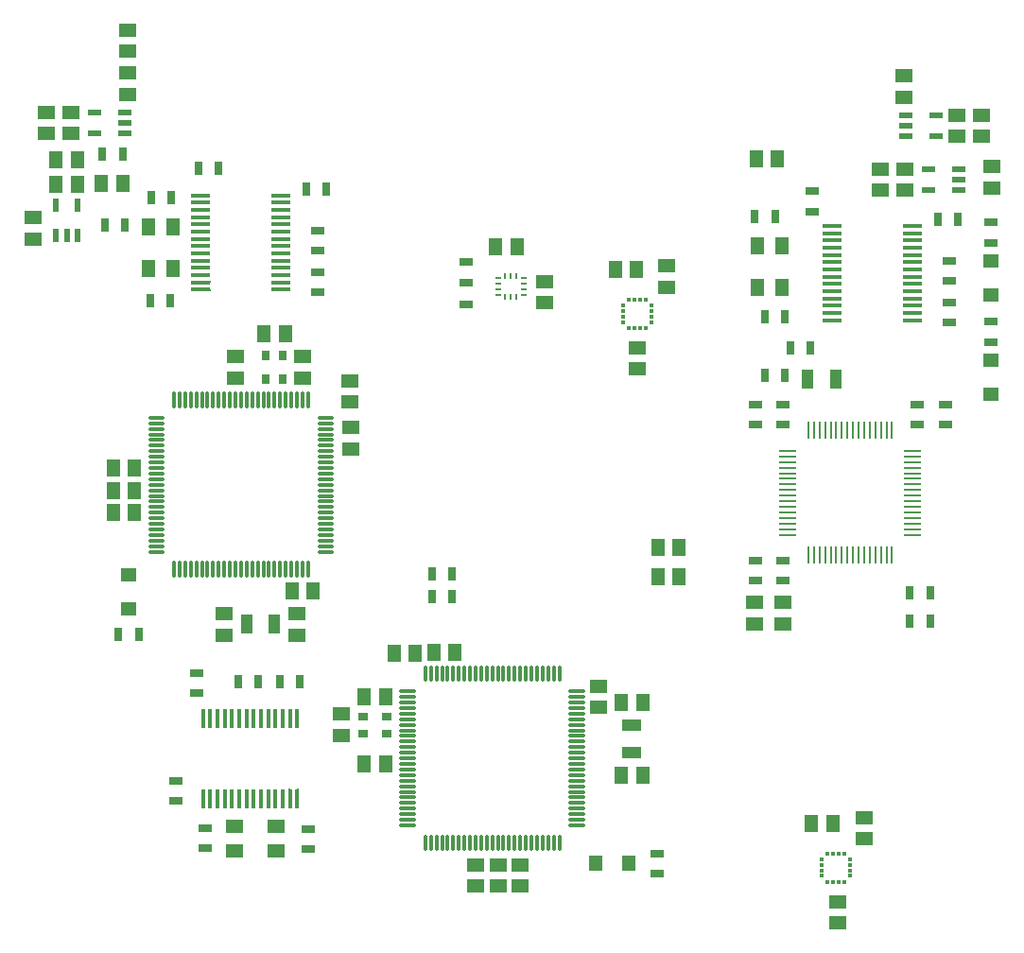
<source format=gtp>
G75*
%MOIN*%
%OFA0B0*%
%FSLAX25Y25*%
%IPPOS*%
%LPD*%
%AMOC8*
5,1,8,0,0,1.08239X$1,22.5*
%
%ADD10R,0.05906X0.05118*%
%ADD11R,0.05118X0.05906*%
%ADD12R,0.03937X0.07087*%
%ADD13R,0.03150X0.03543*%
%ADD14C,0.01181*%
%ADD15R,0.03150X0.04724*%
%ADD16R,0.06102X0.00984*%
%ADD17R,0.00984X0.06102*%
%ADD18R,0.06890X0.01575*%
%ADD19R,0.04724X0.03150*%
%ADD20R,0.04921X0.06299*%
%ADD21R,0.00984X0.03937*%
%ADD22R,0.03937X0.00984*%
%ADD23R,0.07087X0.03937*%
%ADD24R,0.01575X0.06890*%
%ADD25R,0.06299X0.04921*%
%ADD26R,0.03543X0.03150*%
%ADD27R,0.05512X0.04724*%
%ADD28R,0.04724X0.05512*%
%ADD29R,0.01770X0.01180*%
%ADD30R,0.01180X0.01770*%
%ADD31R,0.00984X0.01870*%
%ADD32R,0.01870X0.00984*%
%ADD33R,0.05118X0.02756*%
%ADD34R,0.04724X0.02362*%
%ADD35R,0.02362X0.04724*%
D10*
X0126400Y0094607D03*
X0126400Y0102087D03*
X0110652Y0130040D03*
X0110652Y0137520D03*
X0085061Y0137520D03*
X0085061Y0130040D03*
X0129509Y0195719D03*
X0129509Y0203199D03*
X0129213Y0212134D03*
X0129213Y0219615D03*
X0112620Y0220591D03*
X0112620Y0228071D03*
X0088998Y0228071D03*
X0088998Y0220591D03*
X0017548Y0269627D03*
X0017548Y0277107D03*
X0022298Y0306877D03*
X0022298Y0314357D03*
X0031048Y0314357D03*
X0031048Y0306877D03*
X0051048Y0320627D03*
X0051048Y0328107D03*
X0051098Y0335827D03*
X0051098Y0343307D03*
X0197945Y0254666D03*
X0197945Y0247186D03*
X0230550Y0231292D03*
X0230550Y0223812D03*
X0240940Y0252674D03*
X0240940Y0260154D03*
X0316298Y0286877D03*
X0316298Y0294357D03*
X0325048Y0294357D03*
X0325048Y0286877D03*
X0343298Y0305877D03*
X0343298Y0313357D03*
X0352048Y0313357D03*
X0352048Y0305877D03*
X0355548Y0295107D03*
X0355548Y0287627D03*
X0324548Y0319627D03*
X0324548Y0327107D03*
X0281912Y0141457D03*
X0281912Y0133977D03*
X0272069Y0133977D03*
X0272069Y0141457D03*
X0216951Y0111930D03*
X0216951Y0104449D03*
X0189392Y0048938D03*
X0189392Y0041457D03*
X0181518Y0041457D03*
X0181518Y0048938D03*
X0173644Y0048938D03*
X0173644Y0041457D03*
X0301472Y0035938D03*
X0301472Y0028457D03*
X0310808Y0058111D03*
X0310808Y0065591D03*
D11*
X0299638Y0063467D03*
X0292157Y0063467D03*
X0232502Y0080630D03*
X0225022Y0080630D03*
X0225022Y0106221D03*
X0232502Y0106221D03*
X0237865Y0150615D03*
X0245345Y0150615D03*
X0245345Y0160741D03*
X0237865Y0160741D03*
X0166446Y0123900D03*
X0158965Y0123900D03*
X0152430Y0123560D03*
X0144950Y0123560D03*
X0141951Y0108189D03*
X0134471Y0108189D03*
X0134471Y0084567D03*
X0141951Y0084567D03*
X0116361Y0145591D03*
X0108880Y0145591D03*
X0053369Y0173150D03*
X0045888Y0173150D03*
X0045888Y0181024D03*
X0053369Y0181024D03*
X0053369Y0188898D03*
X0045888Y0188898D03*
X0099038Y0236142D03*
X0106518Y0236142D03*
X0049280Y0289319D03*
X0041800Y0289319D03*
X0033288Y0288867D03*
X0025807Y0288867D03*
X0025807Y0297617D03*
X0033288Y0297617D03*
X0180737Y0266853D03*
X0188217Y0266853D03*
X0222872Y0259048D03*
X0230353Y0259048D03*
X0272557Y0297867D03*
X0280038Y0297867D03*
D12*
X0290802Y0220145D03*
X0300644Y0220145D03*
X0102778Y0133780D03*
X0092935Y0133780D03*
D13*
X0099825Y0220197D03*
X0105731Y0220197D03*
X0105731Y0228465D03*
X0099825Y0228465D03*
D14*
X0098841Y0215079D02*
X0098841Y0210551D01*
X0098841Y0210551D01*
X0098841Y0215079D01*
X0098841Y0215079D01*
X0098841Y0211731D02*
X0098841Y0211731D01*
X0098841Y0212911D02*
X0098841Y0212911D01*
X0098841Y0214091D02*
X0098841Y0214091D01*
X0100809Y0215079D02*
X0100809Y0210551D01*
X0100809Y0210551D01*
X0100809Y0215079D01*
X0100809Y0215079D01*
X0100809Y0211731D02*
X0100809Y0211731D01*
X0100809Y0212911D02*
X0100809Y0212911D01*
X0100809Y0214091D02*
X0100809Y0214091D01*
X0102778Y0215079D02*
X0102778Y0210551D01*
X0102778Y0210551D01*
X0102778Y0215079D01*
X0102778Y0215079D01*
X0102778Y0211731D02*
X0102778Y0211731D01*
X0102778Y0212911D02*
X0102778Y0212911D01*
X0102778Y0214091D02*
X0102778Y0214091D01*
X0104746Y0215079D02*
X0104746Y0210551D01*
X0104746Y0210551D01*
X0104746Y0215079D01*
X0104746Y0215079D01*
X0104746Y0211731D02*
X0104746Y0211731D01*
X0104746Y0212911D02*
X0104746Y0212911D01*
X0104746Y0214091D02*
X0104746Y0214091D01*
X0106715Y0215079D02*
X0106715Y0210551D01*
X0106715Y0210551D01*
X0106715Y0215079D01*
X0106715Y0215079D01*
X0106715Y0211731D02*
X0106715Y0211731D01*
X0106715Y0212911D02*
X0106715Y0212911D01*
X0106715Y0214091D02*
X0106715Y0214091D01*
X0108683Y0215079D02*
X0108683Y0210551D01*
X0108683Y0210551D01*
X0108683Y0215079D01*
X0108683Y0215079D01*
X0108683Y0211731D02*
X0108683Y0211731D01*
X0108683Y0212911D02*
X0108683Y0212911D01*
X0108683Y0214091D02*
X0108683Y0214091D01*
X0110652Y0215079D02*
X0110652Y0210551D01*
X0110652Y0210551D01*
X0110652Y0215079D01*
X0110652Y0215079D01*
X0110652Y0211731D02*
X0110652Y0211731D01*
X0110652Y0212911D02*
X0110652Y0212911D01*
X0110652Y0214091D02*
X0110652Y0214091D01*
X0112620Y0215079D02*
X0112620Y0210551D01*
X0112620Y0210551D01*
X0112620Y0215079D01*
X0112620Y0215079D01*
X0112620Y0211731D02*
X0112620Y0211731D01*
X0112620Y0212911D02*
X0112620Y0212911D01*
X0112620Y0214091D02*
X0112620Y0214091D01*
X0114589Y0215079D02*
X0114589Y0210551D01*
X0114589Y0210551D01*
X0114589Y0215079D01*
X0114589Y0215079D01*
X0114589Y0211731D02*
X0114589Y0211731D01*
X0114589Y0212911D02*
X0114589Y0212911D01*
X0114589Y0214091D02*
X0114589Y0214091D01*
X0118526Y0206615D02*
X0123054Y0206615D01*
X0123054Y0206615D01*
X0118526Y0206615D01*
X0118526Y0206615D01*
X0118526Y0204646D02*
X0123054Y0204646D01*
X0123054Y0204646D01*
X0118526Y0204646D01*
X0118526Y0204646D01*
X0118526Y0202678D02*
X0123054Y0202678D01*
X0123054Y0202678D01*
X0118526Y0202678D01*
X0118526Y0202678D01*
X0118526Y0200709D02*
X0123054Y0200709D01*
X0123054Y0200709D01*
X0118526Y0200709D01*
X0118526Y0200709D01*
X0118526Y0198741D02*
X0123054Y0198741D01*
X0123054Y0198741D01*
X0118526Y0198741D01*
X0118526Y0198741D01*
X0118526Y0196772D02*
X0123054Y0196772D01*
X0123054Y0196772D01*
X0118526Y0196772D01*
X0118526Y0196772D01*
X0118526Y0194804D02*
X0123054Y0194804D01*
X0123054Y0194804D01*
X0118526Y0194804D01*
X0118526Y0194804D01*
X0118526Y0192835D02*
X0123054Y0192835D01*
X0123054Y0192835D01*
X0118526Y0192835D01*
X0118526Y0192835D01*
X0118526Y0190867D02*
X0123054Y0190867D01*
X0123054Y0190867D01*
X0118526Y0190867D01*
X0118526Y0190867D01*
X0118526Y0188898D02*
X0123054Y0188898D01*
X0123054Y0188898D01*
X0118526Y0188898D01*
X0118526Y0188898D01*
X0118526Y0186930D02*
X0123054Y0186930D01*
X0123054Y0186930D01*
X0118526Y0186930D01*
X0118526Y0186930D01*
X0118526Y0184961D02*
X0123054Y0184961D01*
X0123054Y0184961D01*
X0118526Y0184961D01*
X0118526Y0184961D01*
X0118526Y0182993D02*
X0123054Y0182993D01*
X0123054Y0182993D01*
X0118526Y0182993D01*
X0118526Y0182993D01*
X0118526Y0181024D02*
X0123054Y0181024D01*
X0123054Y0181024D01*
X0118526Y0181024D01*
X0118526Y0181024D01*
X0118526Y0179056D02*
X0123054Y0179056D01*
X0123054Y0179056D01*
X0118526Y0179056D01*
X0118526Y0179056D01*
X0118526Y0177087D02*
X0123054Y0177087D01*
X0123054Y0177087D01*
X0118526Y0177087D01*
X0118526Y0177087D01*
X0118526Y0175119D02*
X0123054Y0175119D01*
X0123054Y0175119D01*
X0118526Y0175119D01*
X0118526Y0175119D01*
X0118526Y0173150D02*
X0123054Y0173150D01*
X0123054Y0173150D01*
X0118526Y0173150D01*
X0118526Y0173150D01*
X0118526Y0171182D02*
X0123054Y0171182D01*
X0123054Y0171182D01*
X0118526Y0171182D01*
X0118526Y0171182D01*
X0118526Y0169213D02*
X0123054Y0169213D01*
X0123054Y0169213D01*
X0118526Y0169213D01*
X0118526Y0169213D01*
X0118526Y0167245D02*
X0123054Y0167245D01*
X0123054Y0167245D01*
X0118526Y0167245D01*
X0118526Y0167245D01*
X0118526Y0165276D02*
X0123054Y0165276D01*
X0123054Y0165276D01*
X0118526Y0165276D01*
X0118526Y0165276D01*
X0118526Y0163308D02*
X0123054Y0163308D01*
X0123054Y0163308D01*
X0118526Y0163308D01*
X0118526Y0163308D01*
X0118526Y0161339D02*
X0123054Y0161339D01*
X0123054Y0161339D01*
X0118526Y0161339D01*
X0118526Y0161339D01*
X0118526Y0159371D02*
X0123054Y0159371D01*
X0123054Y0159371D01*
X0118526Y0159371D01*
X0118526Y0159371D01*
X0114589Y0155434D02*
X0114589Y0150906D01*
X0114589Y0150906D01*
X0114589Y0155434D01*
X0114589Y0155434D01*
X0114589Y0152086D02*
X0114589Y0152086D01*
X0114589Y0153266D02*
X0114589Y0153266D01*
X0114589Y0154446D02*
X0114589Y0154446D01*
X0112620Y0155434D02*
X0112620Y0150906D01*
X0112620Y0150906D01*
X0112620Y0155434D01*
X0112620Y0155434D01*
X0112620Y0152086D02*
X0112620Y0152086D01*
X0112620Y0153266D02*
X0112620Y0153266D01*
X0112620Y0154446D02*
X0112620Y0154446D01*
X0110652Y0155434D02*
X0110652Y0150906D01*
X0110652Y0150906D01*
X0110652Y0155434D01*
X0110652Y0155434D01*
X0110652Y0152086D02*
X0110652Y0152086D01*
X0110652Y0153266D02*
X0110652Y0153266D01*
X0110652Y0154446D02*
X0110652Y0154446D01*
X0108683Y0155434D02*
X0108683Y0150906D01*
X0108683Y0150906D01*
X0108683Y0155434D01*
X0108683Y0155434D01*
X0108683Y0152086D02*
X0108683Y0152086D01*
X0108683Y0153266D02*
X0108683Y0153266D01*
X0108683Y0154446D02*
X0108683Y0154446D01*
X0106715Y0155434D02*
X0106715Y0150906D01*
X0106715Y0150906D01*
X0106715Y0155434D01*
X0106715Y0155434D01*
X0106715Y0152086D02*
X0106715Y0152086D01*
X0106715Y0153266D02*
X0106715Y0153266D01*
X0106715Y0154446D02*
X0106715Y0154446D01*
X0104746Y0155434D02*
X0104746Y0150906D01*
X0104746Y0150906D01*
X0104746Y0155434D01*
X0104746Y0155434D01*
X0104746Y0152086D02*
X0104746Y0152086D01*
X0104746Y0153266D02*
X0104746Y0153266D01*
X0104746Y0154446D02*
X0104746Y0154446D01*
X0102778Y0155434D02*
X0102778Y0150906D01*
X0102778Y0150906D01*
X0102778Y0155434D01*
X0102778Y0155434D01*
X0102778Y0152086D02*
X0102778Y0152086D01*
X0102778Y0153266D02*
X0102778Y0153266D01*
X0102778Y0154446D02*
X0102778Y0154446D01*
X0100809Y0155434D02*
X0100809Y0150906D01*
X0100809Y0150906D01*
X0100809Y0155434D01*
X0100809Y0155434D01*
X0100809Y0152086D02*
X0100809Y0152086D01*
X0100809Y0153266D02*
X0100809Y0153266D01*
X0100809Y0154446D02*
X0100809Y0154446D01*
X0098841Y0155434D02*
X0098841Y0150906D01*
X0098841Y0150906D01*
X0098841Y0155434D01*
X0098841Y0155434D01*
X0098841Y0152086D02*
X0098841Y0152086D01*
X0098841Y0153266D02*
X0098841Y0153266D01*
X0098841Y0154446D02*
X0098841Y0154446D01*
X0096872Y0155434D02*
X0096872Y0150906D01*
X0096872Y0150906D01*
X0096872Y0155434D01*
X0096872Y0155434D01*
X0096872Y0152086D02*
X0096872Y0152086D01*
X0096872Y0153266D02*
X0096872Y0153266D01*
X0096872Y0154446D02*
X0096872Y0154446D01*
X0094904Y0155434D02*
X0094904Y0150906D01*
X0094904Y0150906D01*
X0094904Y0155434D01*
X0094904Y0155434D01*
X0094904Y0152086D02*
X0094904Y0152086D01*
X0094904Y0153266D02*
X0094904Y0153266D01*
X0094904Y0154446D02*
X0094904Y0154446D01*
X0092935Y0155434D02*
X0092935Y0150906D01*
X0092935Y0150906D01*
X0092935Y0155434D01*
X0092935Y0155434D01*
X0092935Y0152086D02*
X0092935Y0152086D01*
X0092935Y0153266D02*
X0092935Y0153266D01*
X0092935Y0154446D02*
X0092935Y0154446D01*
X0090967Y0155434D02*
X0090967Y0150906D01*
X0090967Y0150906D01*
X0090967Y0155434D01*
X0090967Y0155434D01*
X0090967Y0152086D02*
X0090967Y0152086D01*
X0090967Y0153266D02*
X0090967Y0153266D01*
X0090967Y0154446D02*
X0090967Y0154446D01*
X0088998Y0155434D02*
X0088998Y0150906D01*
X0088998Y0150906D01*
X0088998Y0155434D01*
X0088998Y0155434D01*
X0088998Y0152086D02*
X0088998Y0152086D01*
X0088998Y0153266D02*
X0088998Y0153266D01*
X0088998Y0154446D02*
X0088998Y0154446D01*
X0087030Y0155434D02*
X0087030Y0150906D01*
X0087030Y0150906D01*
X0087030Y0155434D01*
X0087030Y0155434D01*
X0087030Y0152086D02*
X0087030Y0152086D01*
X0087030Y0153266D02*
X0087030Y0153266D01*
X0087030Y0154446D02*
X0087030Y0154446D01*
X0085061Y0155434D02*
X0085061Y0150906D01*
X0085061Y0150906D01*
X0085061Y0155434D01*
X0085061Y0155434D01*
X0085061Y0152086D02*
X0085061Y0152086D01*
X0085061Y0153266D02*
X0085061Y0153266D01*
X0085061Y0154446D02*
X0085061Y0154446D01*
X0083093Y0155434D02*
X0083093Y0150906D01*
X0083093Y0150906D01*
X0083093Y0155434D01*
X0083093Y0155434D01*
X0083093Y0152086D02*
X0083093Y0152086D01*
X0083093Y0153266D02*
X0083093Y0153266D01*
X0083093Y0154446D02*
X0083093Y0154446D01*
X0081124Y0155434D02*
X0081124Y0150906D01*
X0081124Y0150906D01*
X0081124Y0155434D01*
X0081124Y0155434D01*
X0081124Y0152086D02*
X0081124Y0152086D01*
X0081124Y0153266D02*
X0081124Y0153266D01*
X0081124Y0154446D02*
X0081124Y0154446D01*
X0079156Y0155434D02*
X0079156Y0150906D01*
X0079156Y0150906D01*
X0079156Y0155434D01*
X0079156Y0155434D01*
X0079156Y0152086D02*
X0079156Y0152086D01*
X0079156Y0153266D02*
X0079156Y0153266D01*
X0079156Y0154446D02*
X0079156Y0154446D01*
X0077187Y0155434D02*
X0077187Y0150906D01*
X0077187Y0150906D01*
X0077187Y0155434D01*
X0077187Y0155434D01*
X0077187Y0152086D02*
X0077187Y0152086D01*
X0077187Y0153266D02*
X0077187Y0153266D01*
X0077187Y0154446D02*
X0077187Y0154446D01*
X0075219Y0155434D02*
X0075219Y0150906D01*
X0075219Y0150906D01*
X0075219Y0155434D01*
X0075219Y0155434D01*
X0075219Y0152086D02*
X0075219Y0152086D01*
X0075219Y0153266D02*
X0075219Y0153266D01*
X0075219Y0154446D02*
X0075219Y0154446D01*
X0073250Y0155434D02*
X0073250Y0150906D01*
X0073250Y0150906D01*
X0073250Y0155434D01*
X0073250Y0155434D01*
X0073250Y0152086D02*
X0073250Y0152086D01*
X0073250Y0153266D02*
X0073250Y0153266D01*
X0073250Y0154446D02*
X0073250Y0154446D01*
X0071282Y0155434D02*
X0071282Y0150906D01*
X0071282Y0150906D01*
X0071282Y0155434D01*
X0071282Y0155434D01*
X0071282Y0152086D02*
X0071282Y0152086D01*
X0071282Y0153266D02*
X0071282Y0153266D01*
X0071282Y0154446D02*
X0071282Y0154446D01*
X0069313Y0155434D02*
X0069313Y0150906D01*
X0069313Y0150906D01*
X0069313Y0155434D01*
X0069313Y0155434D01*
X0069313Y0152086D02*
X0069313Y0152086D01*
X0069313Y0153266D02*
X0069313Y0153266D01*
X0069313Y0154446D02*
X0069313Y0154446D01*
X0067345Y0155434D02*
X0067345Y0150906D01*
X0067345Y0150906D01*
X0067345Y0155434D01*
X0067345Y0155434D01*
X0067345Y0152086D02*
X0067345Y0152086D01*
X0067345Y0153266D02*
X0067345Y0153266D01*
X0067345Y0154446D02*
X0067345Y0154446D01*
X0063408Y0159371D02*
X0058880Y0159371D01*
X0063408Y0159371D02*
X0063408Y0159371D01*
X0058880Y0159371D01*
X0058880Y0159371D01*
X0058880Y0161339D02*
X0063408Y0161339D01*
X0063408Y0161339D01*
X0058880Y0161339D01*
X0058880Y0161339D01*
X0058880Y0163308D02*
X0063408Y0163308D01*
X0063408Y0163308D01*
X0058880Y0163308D01*
X0058880Y0163308D01*
X0058880Y0165276D02*
X0063408Y0165276D01*
X0063408Y0165276D01*
X0058880Y0165276D01*
X0058880Y0165276D01*
X0058880Y0167245D02*
X0063408Y0167245D01*
X0063408Y0167245D01*
X0058880Y0167245D01*
X0058880Y0167245D01*
X0058880Y0169213D02*
X0063408Y0169213D01*
X0063408Y0169213D01*
X0058880Y0169213D01*
X0058880Y0169213D01*
X0058880Y0171182D02*
X0063408Y0171182D01*
X0063408Y0171182D01*
X0058880Y0171182D01*
X0058880Y0171182D01*
X0058880Y0173150D02*
X0063408Y0173150D01*
X0063408Y0173150D01*
X0058880Y0173150D01*
X0058880Y0173150D01*
X0058880Y0175119D02*
X0063408Y0175119D01*
X0063408Y0175119D01*
X0058880Y0175119D01*
X0058880Y0175119D01*
X0058880Y0177087D02*
X0063408Y0177087D01*
X0063408Y0177087D01*
X0058880Y0177087D01*
X0058880Y0177087D01*
X0058880Y0179056D02*
X0063408Y0179056D01*
X0063408Y0179056D01*
X0058880Y0179056D01*
X0058880Y0179056D01*
X0058880Y0181024D02*
X0063408Y0181024D01*
X0063408Y0181024D01*
X0058880Y0181024D01*
X0058880Y0181024D01*
X0058880Y0182993D02*
X0063408Y0182993D01*
X0063408Y0182993D01*
X0058880Y0182993D01*
X0058880Y0182993D01*
X0058880Y0184961D02*
X0063408Y0184961D01*
X0063408Y0184961D01*
X0058880Y0184961D01*
X0058880Y0184961D01*
X0058880Y0186930D02*
X0063408Y0186930D01*
X0063408Y0186930D01*
X0058880Y0186930D01*
X0058880Y0186930D01*
X0058880Y0188898D02*
X0063408Y0188898D01*
X0063408Y0188898D01*
X0058880Y0188898D01*
X0058880Y0188898D01*
X0058880Y0190867D02*
X0063408Y0190867D01*
X0063408Y0190867D01*
X0058880Y0190867D01*
X0058880Y0190867D01*
X0058880Y0192835D02*
X0063408Y0192835D01*
X0063408Y0192835D01*
X0058880Y0192835D01*
X0058880Y0192835D01*
X0058880Y0194804D02*
X0063408Y0194804D01*
X0063408Y0194804D01*
X0058880Y0194804D01*
X0058880Y0194804D01*
X0058880Y0196772D02*
X0063408Y0196772D01*
X0063408Y0196772D01*
X0058880Y0196772D01*
X0058880Y0196772D01*
X0058880Y0198741D02*
X0063408Y0198741D01*
X0063408Y0198741D01*
X0058880Y0198741D01*
X0058880Y0198741D01*
X0058880Y0200709D02*
X0063408Y0200709D01*
X0063408Y0200709D01*
X0058880Y0200709D01*
X0058880Y0200709D01*
X0058880Y0202678D02*
X0063408Y0202678D01*
X0063408Y0202678D01*
X0058880Y0202678D01*
X0058880Y0202678D01*
X0058880Y0204646D02*
X0063408Y0204646D01*
X0063408Y0204646D01*
X0058880Y0204646D01*
X0058880Y0204646D01*
X0058880Y0206615D02*
X0063408Y0206615D01*
X0063408Y0206615D01*
X0058880Y0206615D01*
X0058880Y0206615D01*
X0067345Y0210551D02*
X0067345Y0215079D01*
X0067345Y0210551D02*
X0067345Y0210551D01*
X0067345Y0215079D01*
X0067345Y0215079D01*
X0067345Y0211731D02*
X0067345Y0211731D01*
X0067345Y0212911D02*
X0067345Y0212911D01*
X0067345Y0214091D02*
X0067345Y0214091D01*
X0069313Y0215079D02*
X0069313Y0210551D01*
X0069313Y0210551D01*
X0069313Y0215079D01*
X0069313Y0215079D01*
X0069313Y0211731D02*
X0069313Y0211731D01*
X0069313Y0212911D02*
X0069313Y0212911D01*
X0069313Y0214091D02*
X0069313Y0214091D01*
X0071282Y0215079D02*
X0071282Y0210551D01*
X0071282Y0210551D01*
X0071282Y0215079D01*
X0071282Y0215079D01*
X0071282Y0211731D02*
X0071282Y0211731D01*
X0071282Y0212911D02*
X0071282Y0212911D01*
X0071282Y0214091D02*
X0071282Y0214091D01*
X0073250Y0215079D02*
X0073250Y0210551D01*
X0073250Y0210551D01*
X0073250Y0215079D01*
X0073250Y0215079D01*
X0073250Y0211731D02*
X0073250Y0211731D01*
X0073250Y0212911D02*
X0073250Y0212911D01*
X0073250Y0214091D02*
X0073250Y0214091D01*
X0075219Y0215079D02*
X0075219Y0210551D01*
X0075219Y0210551D01*
X0075219Y0215079D01*
X0075219Y0215079D01*
X0075219Y0211731D02*
X0075219Y0211731D01*
X0075219Y0212911D02*
X0075219Y0212911D01*
X0075219Y0214091D02*
X0075219Y0214091D01*
X0077187Y0215079D02*
X0077187Y0210551D01*
X0077187Y0210551D01*
X0077187Y0215079D01*
X0077187Y0215079D01*
X0077187Y0211731D02*
X0077187Y0211731D01*
X0077187Y0212911D02*
X0077187Y0212911D01*
X0077187Y0214091D02*
X0077187Y0214091D01*
X0079156Y0215079D02*
X0079156Y0210551D01*
X0079156Y0210551D01*
X0079156Y0215079D01*
X0079156Y0215079D01*
X0079156Y0211731D02*
X0079156Y0211731D01*
X0079156Y0212911D02*
X0079156Y0212911D01*
X0079156Y0214091D02*
X0079156Y0214091D01*
X0081124Y0215079D02*
X0081124Y0210551D01*
X0081124Y0210551D01*
X0081124Y0215079D01*
X0081124Y0215079D01*
X0081124Y0211731D02*
X0081124Y0211731D01*
X0081124Y0212911D02*
X0081124Y0212911D01*
X0081124Y0214091D02*
X0081124Y0214091D01*
X0083093Y0215079D02*
X0083093Y0210551D01*
X0083093Y0210551D01*
X0083093Y0215079D01*
X0083093Y0215079D01*
X0083093Y0211731D02*
X0083093Y0211731D01*
X0083093Y0212911D02*
X0083093Y0212911D01*
X0083093Y0214091D02*
X0083093Y0214091D01*
X0085061Y0215079D02*
X0085061Y0210551D01*
X0085061Y0210551D01*
X0085061Y0215079D01*
X0085061Y0215079D01*
X0085061Y0211731D02*
X0085061Y0211731D01*
X0085061Y0212911D02*
X0085061Y0212911D01*
X0085061Y0214091D02*
X0085061Y0214091D01*
X0087030Y0215079D02*
X0087030Y0210551D01*
X0087030Y0210551D01*
X0087030Y0215079D01*
X0087030Y0215079D01*
X0087030Y0211731D02*
X0087030Y0211731D01*
X0087030Y0212911D02*
X0087030Y0212911D01*
X0087030Y0214091D02*
X0087030Y0214091D01*
X0088998Y0215079D02*
X0088998Y0210551D01*
X0088998Y0210551D01*
X0088998Y0215079D01*
X0088998Y0215079D01*
X0088998Y0211731D02*
X0088998Y0211731D01*
X0088998Y0212911D02*
X0088998Y0212911D01*
X0088998Y0214091D02*
X0088998Y0214091D01*
X0090967Y0215079D02*
X0090967Y0210551D01*
X0090967Y0210551D01*
X0090967Y0215079D01*
X0090967Y0215079D01*
X0090967Y0211731D02*
X0090967Y0211731D01*
X0090967Y0212911D02*
X0090967Y0212911D01*
X0090967Y0214091D02*
X0090967Y0214091D01*
X0092935Y0215079D02*
X0092935Y0210551D01*
X0092935Y0210551D01*
X0092935Y0215079D01*
X0092935Y0215079D01*
X0092935Y0211731D02*
X0092935Y0211731D01*
X0092935Y0212911D02*
X0092935Y0212911D01*
X0092935Y0214091D02*
X0092935Y0214091D01*
X0094904Y0215079D02*
X0094904Y0210551D01*
X0094904Y0210551D01*
X0094904Y0215079D01*
X0094904Y0215079D01*
X0094904Y0211731D02*
X0094904Y0211731D01*
X0094904Y0212911D02*
X0094904Y0212911D01*
X0094904Y0214091D02*
X0094904Y0214091D01*
X0096872Y0215079D02*
X0096872Y0210551D01*
X0096872Y0210551D01*
X0096872Y0215079D01*
X0096872Y0215079D01*
X0096872Y0211731D02*
X0096872Y0211731D01*
X0096872Y0212911D02*
X0096872Y0212911D01*
X0096872Y0214091D02*
X0096872Y0214091D01*
X0155928Y0118623D02*
X0155928Y0114095D01*
X0155928Y0118623D02*
X0155928Y0118623D01*
X0155928Y0114095D01*
X0155928Y0114095D01*
X0155928Y0115275D02*
X0155928Y0115275D01*
X0155928Y0116455D02*
X0155928Y0116455D01*
X0155928Y0117635D02*
X0155928Y0117635D01*
X0157896Y0118623D02*
X0157896Y0114095D01*
X0157896Y0118623D02*
X0157896Y0118623D01*
X0157896Y0114095D01*
X0157896Y0114095D01*
X0157896Y0115275D02*
X0157896Y0115275D01*
X0157896Y0116455D02*
X0157896Y0116455D01*
X0157896Y0117635D02*
X0157896Y0117635D01*
X0159865Y0118623D02*
X0159865Y0114095D01*
X0159865Y0118623D02*
X0159865Y0118623D01*
X0159865Y0114095D01*
X0159865Y0114095D01*
X0159865Y0115275D02*
X0159865Y0115275D01*
X0159865Y0116455D02*
X0159865Y0116455D01*
X0159865Y0117635D02*
X0159865Y0117635D01*
X0161833Y0118623D02*
X0161833Y0114095D01*
X0161833Y0118623D02*
X0161833Y0118623D01*
X0161833Y0114095D01*
X0161833Y0114095D01*
X0161833Y0115275D02*
X0161833Y0115275D01*
X0161833Y0116455D02*
X0161833Y0116455D01*
X0161833Y0117635D02*
X0161833Y0117635D01*
X0163802Y0118623D02*
X0163802Y0114095D01*
X0163802Y0118623D02*
X0163802Y0118623D01*
X0163802Y0114095D01*
X0163802Y0114095D01*
X0163802Y0115275D02*
X0163802Y0115275D01*
X0163802Y0116455D02*
X0163802Y0116455D01*
X0163802Y0117635D02*
X0163802Y0117635D01*
X0165770Y0118623D02*
X0165770Y0114095D01*
X0165770Y0118623D02*
X0165770Y0118623D01*
X0165770Y0114095D01*
X0165770Y0114095D01*
X0165770Y0115275D02*
X0165770Y0115275D01*
X0165770Y0116455D02*
X0165770Y0116455D01*
X0165770Y0117635D02*
X0165770Y0117635D01*
X0167739Y0118623D02*
X0167739Y0114095D01*
X0167739Y0118623D02*
X0167739Y0118623D01*
X0167739Y0114095D01*
X0167739Y0114095D01*
X0167739Y0115275D02*
X0167739Y0115275D01*
X0167739Y0116455D02*
X0167739Y0116455D01*
X0167739Y0117635D02*
X0167739Y0117635D01*
X0169707Y0118623D02*
X0169707Y0114095D01*
X0169707Y0118623D02*
X0169707Y0118623D01*
X0169707Y0114095D01*
X0169707Y0114095D01*
X0169707Y0115275D02*
X0169707Y0115275D01*
X0169707Y0116455D02*
X0169707Y0116455D01*
X0169707Y0117635D02*
X0169707Y0117635D01*
X0171676Y0118623D02*
X0171676Y0114095D01*
X0171676Y0118623D02*
X0171676Y0118623D01*
X0171676Y0114095D01*
X0171676Y0114095D01*
X0171676Y0115275D02*
X0171676Y0115275D01*
X0171676Y0116455D02*
X0171676Y0116455D01*
X0171676Y0117635D02*
X0171676Y0117635D01*
X0173644Y0118623D02*
X0173644Y0114095D01*
X0173644Y0118623D02*
X0173644Y0118623D01*
X0173644Y0114095D01*
X0173644Y0114095D01*
X0173644Y0115275D02*
X0173644Y0115275D01*
X0173644Y0116455D02*
X0173644Y0116455D01*
X0173644Y0117635D02*
X0173644Y0117635D01*
X0175613Y0118623D02*
X0175613Y0114095D01*
X0175613Y0118623D02*
X0175613Y0118623D01*
X0175613Y0114095D01*
X0175613Y0114095D01*
X0175613Y0115275D02*
X0175613Y0115275D01*
X0175613Y0116455D02*
X0175613Y0116455D01*
X0175613Y0117635D02*
X0175613Y0117635D01*
X0177581Y0118623D02*
X0177581Y0114095D01*
X0177581Y0118623D02*
X0177581Y0118623D01*
X0177581Y0114095D01*
X0177581Y0114095D01*
X0177581Y0115275D02*
X0177581Y0115275D01*
X0177581Y0116455D02*
X0177581Y0116455D01*
X0177581Y0117635D02*
X0177581Y0117635D01*
X0179550Y0118623D02*
X0179550Y0114095D01*
X0179550Y0118623D02*
X0179550Y0118623D01*
X0179550Y0114095D01*
X0179550Y0114095D01*
X0179550Y0115275D02*
X0179550Y0115275D01*
X0179550Y0116455D02*
X0179550Y0116455D01*
X0179550Y0117635D02*
X0179550Y0117635D01*
X0181518Y0118623D02*
X0181518Y0114095D01*
X0181518Y0118623D02*
X0181518Y0118623D01*
X0181518Y0114095D01*
X0181518Y0114095D01*
X0181518Y0115275D02*
X0181518Y0115275D01*
X0181518Y0116455D02*
X0181518Y0116455D01*
X0181518Y0117635D02*
X0181518Y0117635D01*
X0183487Y0118623D02*
X0183487Y0114095D01*
X0183487Y0118623D02*
X0183487Y0118623D01*
X0183487Y0114095D01*
X0183487Y0114095D01*
X0183487Y0115275D02*
X0183487Y0115275D01*
X0183487Y0116455D02*
X0183487Y0116455D01*
X0183487Y0117635D02*
X0183487Y0117635D01*
X0185455Y0118623D02*
X0185455Y0114095D01*
X0185455Y0118623D02*
X0185455Y0118623D01*
X0185455Y0114095D01*
X0185455Y0114095D01*
X0185455Y0115275D02*
X0185455Y0115275D01*
X0185455Y0116455D02*
X0185455Y0116455D01*
X0185455Y0117635D02*
X0185455Y0117635D01*
X0187424Y0118623D02*
X0187424Y0114095D01*
X0187424Y0118623D02*
X0187424Y0118623D01*
X0187424Y0114095D01*
X0187424Y0114095D01*
X0187424Y0115275D02*
X0187424Y0115275D01*
X0187424Y0116455D02*
X0187424Y0116455D01*
X0187424Y0117635D02*
X0187424Y0117635D01*
X0189392Y0118623D02*
X0189392Y0114095D01*
X0189392Y0118623D02*
X0189392Y0118623D01*
X0189392Y0114095D01*
X0189392Y0114095D01*
X0189392Y0115275D02*
X0189392Y0115275D01*
X0189392Y0116455D02*
X0189392Y0116455D01*
X0189392Y0117635D02*
X0189392Y0117635D01*
X0191361Y0118623D02*
X0191361Y0114095D01*
X0191361Y0118623D02*
X0191361Y0118623D01*
X0191361Y0114095D01*
X0191361Y0114095D01*
X0191361Y0115275D02*
X0191361Y0115275D01*
X0191361Y0116455D02*
X0191361Y0116455D01*
X0191361Y0117635D02*
X0191361Y0117635D01*
X0193329Y0118623D02*
X0193329Y0114095D01*
X0193329Y0118623D02*
X0193329Y0118623D01*
X0193329Y0114095D01*
X0193329Y0114095D01*
X0193329Y0115275D02*
X0193329Y0115275D01*
X0193329Y0116455D02*
X0193329Y0116455D01*
X0193329Y0117635D02*
X0193329Y0117635D01*
X0195298Y0118623D02*
X0195298Y0114095D01*
X0195298Y0118623D02*
X0195298Y0118623D01*
X0195298Y0114095D01*
X0195298Y0114095D01*
X0195298Y0115275D02*
X0195298Y0115275D01*
X0195298Y0116455D02*
X0195298Y0116455D01*
X0195298Y0117635D02*
X0195298Y0117635D01*
X0197266Y0118623D02*
X0197266Y0114095D01*
X0197266Y0118623D02*
X0197266Y0118623D01*
X0197266Y0114095D01*
X0197266Y0114095D01*
X0197266Y0115275D02*
X0197266Y0115275D01*
X0197266Y0116455D02*
X0197266Y0116455D01*
X0197266Y0117635D02*
X0197266Y0117635D01*
X0199235Y0118623D02*
X0199235Y0114095D01*
X0199235Y0118623D02*
X0199235Y0118623D01*
X0199235Y0114095D01*
X0199235Y0114095D01*
X0199235Y0115275D02*
X0199235Y0115275D01*
X0199235Y0116455D02*
X0199235Y0116455D01*
X0199235Y0117635D02*
X0199235Y0117635D01*
X0201203Y0118623D02*
X0201203Y0114095D01*
X0201203Y0118623D02*
X0201203Y0118623D01*
X0201203Y0114095D01*
X0201203Y0114095D01*
X0201203Y0115275D02*
X0201203Y0115275D01*
X0201203Y0116455D02*
X0201203Y0116455D01*
X0201203Y0117635D02*
X0201203Y0117635D01*
X0203172Y0118623D02*
X0203172Y0114095D01*
X0203172Y0118623D02*
X0203172Y0118623D01*
X0203172Y0114095D01*
X0203172Y0114095D01*
X0203172Y0115275D02*
X0203172Y0115275D01*
X0203172Y0116455D02*
X0203172Y0116455D01*
X0203172Y0117635D02*
X0203172Y0117635D01*
X0207108Y0110158D02*
X0211636Y0110158D01*
X0211636Y0110158D01*
X0207108Y0110158D01*
X0207108Y0110158D01*
X0207108Y0108190D02*
X0211636Y0108190D01*
X0211636Y0108190D01*
X0207108Y0108190D01*
X0207108Y0108190D01*
X0207108Y0106221D02*
X0211636Y0106221D01*
X0211636Y0106221D01*
X0207108Y0106221D01*
X0207108Y0106221D01*
X0207108Y0104252D02*
X0211636Y0104252D01*
X0211636Y0104252D01*
X0207108Y0104252D01*
X0207108Y0104252D01*
X0207108Y0102284D02*
X0211636Y0102284D01*
X0211636Y0102284D01*
X0207108Y0102284D01*
X0207108Y0102284D01*
X0207108Y0100315D02*
X0211636Y0100315D01*
X0211636Y0100315D01*
X0207108Y0100315D01*
X0207108Y0100315D01*
X0207108Y0098347D02*
X0211636Y0098347D01*
X0211636Y0098347D01*
X0207108Y0098347D01*
X0207108Y0098347D01*
X0207108Y0096378D02*
X0211636Y0096378D01*
X0211636Y0096378D01*
X0207108Y0096378D01*
X0207108Y0096378D01*
X0207108Y0094410D02*
X0211636Y0094410D01*
X0211636Y0094410D01*
X0207108Y0094410D01*
X0207108Y0094410D01*
X0207108Y0092441D02*
X0211636Y0092441D01*
X0211636Y0092441D01*
X0207108Y0092441D01*
X0207108Y0092441D01*
X0207108Y0090473D02*
X0211636Y0090473D01*
X0211636Y0090473D01*
X0207108Y0090473D01*
X0207108Y0090473D01*
X0207108Y0088504D02*
X0211636Y0088504D01*
X0211636Y0088504D01*
X0207108Y0088504D01*
X0207108Y0088504D01*
X0207108Y0086536D02*
X0211636Y0086536D01*
X0211636Y0086536D01*
X0207108Y0086536D01*
X0207108Y0086536D01*
X0207108Y0084567D02*
X0211636Y0084567D01*
X0211636Y0084567D01*
X0207108Y0084567D01*
X0207108Y0084567D01*
X0207108Y0082599D02*
X0211636Y0082599D01*
X0211636Y0082599D01*
X0207108Y0082599D01*
X0207108Y0082599D01*
X0207108Y0080630D02*
X0211636Y0080630D01*
X0211636Y0080630D01*
X0207108Y0080630D01*
X0207108Y0080630D01*
X0207108Y0078662D02*
X0211636Y0078662D01*
X0211636Y0078662D01*
X0207108Y0078662D01*
X0207108Y0078662D01*
X0207108Y0076693D02*
X0211636Y0076693D01*
X0211636Y0076693D01*
X0207108Y0076693D01*
X0207108Y0076693D01*
X0207108Y0074725D02*
X0211636Y0074725D01*
X0211636Y0074725D01*
X0207108Y0074725D01*
X0207108Y0074725D01*
X0207108Y0072756D02*
X0211636Y0072756D01*
X0211636Y0072756D01*
X0207108Y0072756D01*
X0207108Y0072756D01*
X0207108Y0070788D02*
X0211636Y0070788D01*
X0211636Y0070788D01*
X0207108Y0070788D01*
X0207108Y0070788D01*
X0207108Y0068819D02*
X0211636Y0068819D01*
X0211636Y0068819D01*
X0207108Y0068819D01*
X0207108Y0068819D01*
X0207108Y0066851D02*
X0211636Y0066851D01*
X0211636Y0066851D01*
X0207108Y0066851D01*
X0207108Y0066851D01*
X0207108Y0064882D02*
X0211636Y0064882D01*
X0211636Y0064882D01*
X0207108Y0064882D01*
X0207108Y0064882D01*
X0207108Y0062914D02*
X0211636Y0062914D01*
X0211636Y0062914D01*
X0207108Y0062914D01*
X0207108Y0062914D01*
X0203172Y0058977D02*
X0203172Y0054449D01*
X0203172Y0058977D02*
X0203172Y0058977D01*
X0203172Y0054449D01*
X0203172Y0054449D01*
X0203172Y0055629D02*
X0203172Y0055629D01*
X0203172Y0056809D02*
X0203172Y0056809D01*
X0203172Y0057989D02*
X0203172Y0057989D01*
X0201203Y0058977D02*
X0201203Y0054449D01*
X0201203Y0058977D02*
X0201203Y0058977D01*
X0201203Y0054449D01*
X0201203Y0054449D01*
X0201203Y0055629D02*
X0201203Y0055629D01*
X0201203Y0056809D02*
X0201203Y0056809D01*
X0201203Y0057989D02*
X0201203Y0057989D01*
X0199235Y0058977D02*
X0199235Y0054449D01*
X0199235Y0058977D02*
X0199235Y0058977D01*
X0199235Y0054449D01*
X0199235Y0054449D01*
X0199235Y0055629D02*
X0199235Y0055629D01*
X0199235Y0056809D02*
X0199235Y0056809D01*
X0199235Y0057989D02*
X0199235Y0057989D01*
X0197266Y0058977D02*
X0197266Y0054449D01*
X0197266Y0058977D02*
X0197266Y0058977D01*
X0197266Y0054449D01*
X0197266Y0054449D01*
X0197266Y0055629D02*
X0197266Y0055629D01*
X0197266Y0056809D02*
X0197266Y0056809D01*
X0197266Y0057989D02*
X0197266Y0057989D01*
X0195298Y0058977D02*
X0195298Y0054449D01*
X0195298Y0058977D02*
X0195298Y0058977D01*
X0195298Y0054449D01*
X0195298Y0054449D01*
X0195298Y0055629D02*
X0195298Y0055629D01*
X0195298Y0056809D02*
X0195298Y0056809D01*
X0195298Y0057989D02*
X0195298Y0057989D01*
X0193329Y0058977D02*
X0193329Y0054449D01*
X0193329Y0058977D02*
X0193329Y0058977D01*
X0193329Y0054449D01*
X0193329Y0054449D01*
X0193329Y0055629D02*
X0193329Y0055629D01*
X0193329Y0056809D02*
X0193329Y0056809D01*
X0193329Y0057989D02*
X0193329Y0057989D01*
X0191361Y0058977D02*
X0191361Y0054449D01*
X0191361Y0058977D02*
X0191361Y0058977D01*
X0191361Y0054449D01*
X0191361Y0054449D01*
X0191361Y0055629D02*
X0191361Y0055629D01*
X0191361Y0056809D02*
X0191361Y0056809D01*
X0191361Y0057989D02*
X0191361Y0057989D01*
X0189392Y0058977D02*
X0189392Y0054449D01*
X0189392Y0058977D02*
X0189392Y0058977D01*
X0189392Y0054449D01*
X0189392Y0054449D01*
X0189392Y0055629D02*
X0189392Y0055629D01*
X0189392Y0056809D02*
X0189392Y0056809D01*
X0189392Y0057989D02*
X0189392Y0057989D01*
X0187424Y0058977D02*
X0187424Y0054449D01*
X0187424Y0058977D02*
X0187424Y0058977D01*
X0187424Y0054449D01*
X0187424Y0054449D01*
X0187424Y0055629D02*
X0187424Y0055629D01*
X0187424Y0056809D02*
X0187424Y0056809D01*
X0187424Y0057989D02*
X0187424Y0057989D01*
X0185455Y0058977D02*
X0185455Y0054449D01*
X0185455Y0058977D02*
X0185455Y0058977D01*
X0185455Y0054449D01*
X0185455Y0054449D01*
X0185455Y0055629D02*
X0185455Y0055629D01*
X0185455Y0056809D02*
X0185455Y0056809D01*
X0185455Y0057989D02*
X0185455Y0057989D01*
X0183487Y0058977D02*
X0183487Y0054449D01*
X0183487Y0058977D02*
X0183487Y0058977D01*
X0183487Y0054449D01*
X0183487Y0054449D01*
X0183487Y0055629D02*
X0183487Y0055629D01*
X0183487Y0056809D02*
X0183487Y0056809D01*
X0183487Y0057989D02*
X0183487Y0057989D01*
X0181518Y0058977D02*
X0181518Y0054449D01*
X0181518Y0058977D02*
X0181518Y0058977D01*
X0181518Y0054449D01*
X0181518Y0054449D01*
X0181518Y0055629D02*
X0181518Y0055629D01*
X0181518Y0056809D02*
X0181518Y0056809D01*
X0181518Y0057989D02*
X0181518Y0057989D01*
X0179550Y0058977D02*
X0179550Y0054449D01*
X0179550Y0058977D02*
X0179550Y0058977D01*
X0179550Y0054449D01*
X0179550Y0054449D01*
X0179550Y0055629D02*
X0179550Y0055629D01*
X0179550Y0056809D02*
X0179550Y0056809D01*
X0179550Y0057989D02*
X0179550Y0057989D01*
X0177581Y0058977D02*
X0177581Y0054449D01*
X0177581Y0058977D02*
X0177581Y0058977D01*
X0177581Y0054449D01*
X0177581Y0054449D01*
X0177581Y0055629D02*
X0177581Y0055629D01*
X0177581Y0056809D02*
X0177581Y0056809D01*
X0177581Y0057989D02*
X0177581Y0057989D01*
X0175613Y0058977D02*
X0175613Y0054449D01*
X0175613Y0058977D02*
X0175613Y0058977D01*
X0175613Y0054449D01*
X0175613Y0054449D01*
X0175613Y0055629D02*
X0175613Y0055629D01*
X0175613Y0056809D02*
X0175613Y0056809D01*
X0175613Y0057989D02*
X0175613Y0057989D01*
X0173644Y0058977D02*
X0173644Y0054449D01*
X0173644Y0058977D02*
X0173644Y0058977D01*
X0173644Y0054449D01*
X0173644Y0054449D01*
X0173644Y0055629D02*
X0173644Y0055629D01*
X0173644Y0056809D02*
X0173644Y0056809D01*
X0173644Y0057989D02*
X0173644Y0057989D01*
X0171676Y0058977D02*
X0171676Y0054449D01*
X0171676Y0058977D02*
X0171676Y0058977D01*
X0171676Y0054449D01*
X0171676Y0054449D01*
X0171676Y0055629D02*
X0171676Y0055629D01*
X0171676Y0056809D02*
X0171676Y0056809D01*
X0171676Y0057989D02*
X0171676Y0057989D01*
X0169707Y0058977D02*
X0169707Y0054449D01*
X0169707Y0058977D02*
X0169707Y0058977D01*
X0169707Y0054449D01*
X0169707Y0054449D01*
X0169707Y0055629D02*
X0169707Y0055629D01*
X0169707Y0056809D02*
X0169707Y0056809D01*
X0169707Y0057989D02*
X0169707Y0057989D01*
X0167739Y0058977D02*
X0167739Y0054449D01*
X0167739Y0058977D02*
X0167739Y0058977D01*
X0167739Y0054449D01*
X0167739Y0054449D01*
X0167739Y0055629D02*
X0167739Y0055629D01*
X0167739Y0056809D02*
X0167739Y0056809D01*
X0167739Y0057989D02*
X0167739Y0057989D01*
X0165770Y0058977D02*
X0165770Y0054449D01*
X0165770Y0058977D02*
X0165770Y0058977D01*
X0165770Y0054449D01*
X0165770Y0054449D01*
X0165770Y0055629D02*
X0165770Y0055629D01*
X0165770Y0056809D02*
X0165770Y0056809D01*
X0165770Y0057989D02*
X0165770Y0057989D01*
X0163802Y0058977D02*
X0163802Y0054449D01*
X0163802Y0058977D02*
X0163802Y0058977D01*
X0163802Y0054449D01*
X0163802Y0054449D01*
X0163802Y0055629D02*
X0163802Y0055629D01*
X0163802Y0056809D02*
X0163802Y0056809D01*
X0163802Y0057989D02*
X0163802Y0057989D01*
X0161833Y0058977D02*
X0161833Y0054449D01*
X0161833Y0058977D02*
X0161833Y0058977D01*
X0161833Y0054449D01*
X0161833Y0054449D01*
X0161833Y0055629D02*
X0161833Y0055629D01*
X0161833Y0056809D02*
X0161833Y0056809D01*
X0161833Y0057989D02*
X0161833Y0057989D01*
X0159865Y0058977D02*
X0159865Y0054449D01*
X0159865Y0058977D02*
X0159865Y0058977D01*
X0159865Y0054449D01*
X0159865Y0054449D01*
X0159865Y0055629D02*
X0159865Y0055629D01*
X0159865Y0056809D02*
X0159865Y0056809D01*
X0159865Y0057989D02*
X0159865Y0057989D01*
X0157896Y0058977D02*
X0157896Y0054449D01*
X0157896Y0058977D02*
X0157896Y0058977D01*
X0157896Y0054449D01*
X0157896Y0054449D01*
X0157896Y0055629D02*
X0157896Y0055629D01*
X0157896Y0056809D02*
X0157896Y0056809D01*
X0157896Y0057989D02*
X0157896Y0057989D01*
X0155928Y0058977D02*
X0155928Y0054449D01*
X0155928Y0058977D02*
X0155928Y0058977D01*
X0155928Y0054449D01*
X0155928Y0054449D01*
X0155928Y0055629D02*
X0155928Y0055629D01*
X0155928Y0056809D02*
X0155928Y0056809D01*
X0155928Y0057989D02*
X0155928Y0057989D01*
X0151991Y0062914D02*
X0147463Y0062914D01*
X0151991Y0062914D02*
X0151991Y0062914D01*
X0147463Y0062914D01*
X0147463Y0062914D01*
X0147463Y0064882D02*
X0151991Y0064882D01*
X0151991Y0064882D01*
X0147463Y0064882D01*
X0147463Y0064882D01*
X0147463Y0066851D02*
X0151991Y0066851D01*
X0151991Y0066851D01*
X0147463Y0066851D01*
X0147463Y0066851D01*
X0147463Y0068819D02*
X0151991Y0068819D01*
X0151991Y0068819D01*
X0147463Y0068819D01*
X0147463Y0068819D01*
X0147463Y0070788D02*
X0151991Y0070788D01*
X0151991Y0070788D01*
X0147463Y0070788D01*
X0147463Y0070788D01*
X0147463Y0072756D02*
X0151991Y0072756D01*
X0151991Y0072756D01*
X0147463Y0072756D01*
X0147463Y0072756D01*
X0147463Y0074725D02*
X0151991Y0074725D01*
X0151991Y0074725D01*
X0147463Y0074725D01*
X0147463Y0074725D01*
X0147463Y0076693D02*
X0151991Y0076693D01*
X0151991Y0076693D01*
X0147463Y0076693D01*
X0147463Y0076693D01*
X0147463Y0078662D02*
X0151991Y0078662D01*
X0151991Y0078662D01*
X0147463Y0078662D01*
X0147463Y0078662D01*
X0147463Y0080630D02*
X0151991Y0080630D01*
X0151991Y0080630D01*
X0147463Y0080630D01*
X0147463Y0080630D01*
X0147463Y0082599D02*
X0151991Y0082599D01*
X0151991Y0082599D01*
X0147463Y0082599D01*
X0147463Y0082599D01*
X0147463Y0084567D02*
X0151991Y0084567D01*
X0151991Y0084567D01*
X0147463Y0084567D01*
X0147463Y0084567D01*
X0147463Y0086536D02*
X0151991Y0086536D01*
X0151991Y0086536D01*
X0147463Y0086536D01*
X0147463Y0086536D01*
X0147463Y0088504D02*
X0151991Y0088504D01*
X0151991Y0088504D01*
X0147463Y0088504D01*
X0147463Y0088504D01*
X0147463Y0090473D02*
X0151991Y0090473D01*
X0151991Y0090473D01*
X0147463Y0090473D01*
X0147463Y0090473D01*
X0147463Y0092441D02*
X0151991Y0092441D01*
X0151991Y0092441D01*
X0147463Y0092441D01*
X0147463Y0092441D01*
X0147463Y0094410D02*
X0151991Y0094410D01*
X0151991Y0094410D01*
X0147463Y0094410D01*
X0147463Y0094410D01*
X0147463Y0096378D02*
X0151991Y0096378D01*
X0151991Y0096378D01*
X0147463Y0096378D01*
X0147463Y0096378D01*
X0147463Y0098347D02*
X0151991Y0098347D01*
X0151991Y0098347D01*
X0147463Y0098347D01*
X0147463Y0098347D01*
X0147463Y0100315D02*
X0151991Y0100315D01*
X0151991Y0100315D01*
X0147463Y0100315D01*
X0147463Y0100315D01*
X0147463Y0102284D02*
X0151991Y0102284D01*
X0151991Y0102284D01*
X0147463Y0102284D01*
X0147463Y0102284D01*
X0147463Y0104252D02*
X0151991Y0104252D01*
X0151991Y0104252D01*
X0147463Y0104252D01*
X0147463Y0104252D01*
X0147463Y0106221D02*
X0151991Y0106221D01*
X0151991Y0106221D01*
X0147463Y0106221D01*
X0147463Y0106221D01*
X0147463Y0108190D02*
X0151991Y0108190D01*
X0151991Y0108190D01*
X0147463Y0108190D01*
X0147463Y0108190D01*
X0147463Y0110158D02*
X0151991Y0110158D01*
X0151991Y0110158D01*
X0147463Y0110158D01*
X0147463Y0110158D01*
D15*
X0158258Y0143560D03*
X0165345Y0143560D03*
X0165345Y0151434D03*
X0158258Y0151434D03*
X0111656Y0113603D03*
X0104569Y0113603D03*
X0097050Y0113603D03*
X0089963Y0113603D03*
X0054841Y0130067D03*
X0047754Y0130067D03*
X0058959Y0247953D03*
X0066046Y0247953D03*
X0050020Y0274637D03*
X0042934Y0274637D03*
X0059294Y0284371D03*
X0066380Y0284371D03*
X0076026Y0294705D03*
X0083113Y0294705D03*
X0113920Y0287323D03*
X0121006Y0287323D03*
X0049169Y0299637D03*
X0042082Y0299637D03*
X0272081Y0277586D03*
X0279168Y0277586D03*
X0275683Y0242153D03*
X0282770Y0242153D03*
X0284542Y0231327D03*
X0291628Y0231327D03*
X0282770Y0221484D03*
X0275683Y0221484D03*
X0336550Y0276602D03*
X0343636Y0276602D03*
X0333841Y0144867D03*
X0326754Y0144867D03*
X0326754Y0134867D03*
X0333841Y0134867D03*
D16*
X0327770Y0165382D03*
X0327770Y0167350D03*
X0327770Y0169319D03*
X0327770Y0171287D03*
X0327770Y0173256D03*
X0327770Y0175224D03*
X0327770Y0177193D03*
X0327770Y0179161D03*
X0327770Y0181130D03*
X0327770Y0183098D03*
X0327770Y0185067D03*
X0327770Y0187035D03*
X0327770Y0189004D03*
X0327770Y0190972D03*
X0327770Y0192941D03*
X0327770Y0194909D03*
X0283676Y0194909D03*
X0283676Y0192941D03*
X0283676Y0190972D03*
X0283676Y0189004D03*
X0283676Y0187035D03*
X0283676Y0185067D03*
X0283676Y0183098D03*
X0283676Y0181130D03*
X0283676Y0179161D03*
X0283676Y0177193D03*
X0283676Y0175224D03*
X0283676Y0173256D03*
X0283676Y0171287D03*
X0283676Y0169319D03*
X0283676Y0167350D03*
X0283676Y0165382D03*
D17*
X0290959Y0158098D03*
X0292928Y0158098D03*
X0294896Y0158098D03*
X0296865Y0158098D03*
X0298833Y0158098D03*
X0300802Y0158098D03*
X0302770Y0158098D03*
X0304739Y0158098D03*
X0306707Y0158098D03*
X0308676Y0158098D03*
X0310644Y0158098D03*
X0312613Y0158098D03*
X0314581Y0158098D03*
X0316550Y0158098D03*
X0318518Y0158098D03*
X0320487Y0158098D03*
X0320487Y0202193D03*
X0318518Y0202193D03*
X0316550Y0202193D03*
X0314581Y0202193D03*
X0312613Y0202193D03*
X0310644Y0202193D03*
X0308676Y0202193D03*
X0306707Y0202193D03*
X0304739Y0202193D03*
X0302770Y0202193D03*
X0300802Y0202193D03*
X0298833Y0202193D03*
X0296865Y0202193D03*
X0294896Y0202193D03*
X0292928Y0202193D03*
X0290959Y0202193D03*
D18*
X0299424Y0241012D03*
X0299424Y0243571D03*
X0299424Y0246130D03*
X0299424Y0248689D03*
X0299424Y0251248D03*
X0299424Y0253807D03*
X0299424Y0256366D03*
X0299424Y0258925D03*
X0299424Y0261484D03*
X0299424Y0264043D03*
X0299424Y0266602D03*
X0299424Y0269161D03*
X0299424Y0271720D03*
X0299424Y0274279D03*
X0327770Y0274279D03*
X0327770Y0271720D03*
X0327770Y0269161D03*
X0327770Y0266602D03*
X0327770Y0264043D03*
X0327770Y0261484D03*
X0327770Y0258925D03*
X0327770Y0256366D03*
X0327770Y0253807D03*
X0327770Y0251248D03*
X0327770Y0248689D03*
X0327770Y0246130D03*
X0327770Y0243571D03*
X0327770Y0241012D03*
X0105140Y0251733D03*
X0105140Y0254292D03*
X0105140Y0256851D03*
X0105140Y0259410D03*
X0105140Y0261969D03*
X0105140Y0264528D03*
X0105140Y0267087D03*
X0105140Y0269646D03*
X0105140Y0272205D03*
X0105140Y0274764D03*
X0105140Y0277323D03*
X0105140Y0279882D03*
X0105140Y0282441D03*
X0105140Y0285001D03*
X0076794Y0285001D03*
X0076794Y0282441D03*
X0076794Y0279882D03*
X0076794Y0277323D03*
X0076794Y0274764D03*
X0076794Y0272205D03*
X0076794Y0269646D03*
X0076794Y0267087D03*
X0076794Y0264528D03*
X0076794Y0261969D03*
X0076794Y0259410D03*
X0076794Y0256851D03*
X0076794Y0254292D03*
X0076794Y0251733D03*
D19*
X0118034Y0250886D03*
X0118034Y0257973D03*
X0118034Y0265493D03*
X0118034Y0272579D03*
X0272258Y0211169D03*
X0272258Y0204082D03*
X0282101Y0204082D03*
X0282101Y0211169D03*
X0329345Y0211169D03*
X0329345Y0204082D03*
X0339187Y0204082D03*
X0339187Y0211169D03*
X0355298Y0233323D03*
X0355298Y0240410D03*
X0340664Y0240165D03*
X0340664Y0247252D03*
X0340664Y0254771D03*
X0340664Y0261858D03*
X0355298Y0268323D03*
X0355298Y0275410D03*
X0292435Y0279378D03*
X0292435Y0286464D03*
X0282101Y0156208D03*
X0282101Y0149122D03*
X0272258Y0149122D03*
X0272258Y0156208D03*
X0237672Y0053049D03*
X0237672Y0045963D03*
X0114589Y0054528D03*
X0114589Y0061615D03*
X0078172Y0061949D03*
X0078172Y0054863D03*
X0067837Y0071595D03*
X0067837Y0078682D03*
X0075219Y0109489D03*
X0075219Y0116575D03*
D20*
X0066833Y0259292D03*
X0058172Y0259292D03*
X0058172Y0273859D03*
X0066833Y0273859D03*
X0272928Y0267075D03*
X0281589Y0267075D03*
X0281589Y0252508D03*
X0272928Y0252508D03*
D21*
X0335841Y0276602D03*
X0113211Y0287323D03*
X0075711Y0294705D03*
X0097365Y0113603D03*
X0105534Y0099922D03*
X0108093Y0099331D03*
X0111046Y0099331D03*
X0111046Y0073741D03*
X0108093Y0073741D03*
D22*
X0067837Y0071280D03*
X0075219Y0108780D03*
X0078172Y0251497D03*
X0078172Y0254449D03*
X0103762Y0254449D03*
X0104353Y0257008D03*
X0103762Y0251497D03*
X0118034Y0265178D03*
X0272128Y0156671D03*
X0272328Y0203390D03*
X0339192Y0203312D03*
X0340664Y0254456D03*
X0292435Y0279063D03*
D23*
X0228762Y0098347D03*
X0228762Y0088504D03*
D24*
X0110809Y0100709D03*
X0108250Y0100709D03*
X0105691Y0100709D03*
X0103132Y0100709D03*
X0100573Y0100709D03*
X0098014Y0100709D03*
X0095455Y0100709D03*
X0092896Y0100709D03*
X0090337Y0100709D03*
X0087778Y0100709D03*
X0085219Y0100709D03*
X0082660Y0100709D03*
X0080101Y0100709D03*
X0077542Y0100709D03*
X0077542Y0072363D03*
X0080101Y0072363D03*
X0082660Y0072363D03*
X0085219Y0072363D03*
X0087778Y0072363D03*
X0090337Y0072363D03*
X0092896Y0072363D03*
X0095455Y0072363D03*
X0098014Y0072363D03*
X0100573Y0072363D03*
X0103132Y0072363D03*
X0105691Y0072363D03*
X0108250Y0072363D03*
X0110809Y0072363D03*
D25*
X0103250Y0062402D03*
X0103250Y0053741D03*
X0088683Y0053741D03*
X0088683Y0062402D03*
D26*
X0134077Y0095394D03*
X0134077Y0101300D03*
X0142345Y0101300D03*
X0142345Y0095394D03*
D27*
X0051298Y0139361D03*
X0051298Y0151172D03*
X0355298Y0214961D03*
X0355298Y0226772D03*
X0355298Y0249961D03*
X0355298Y0261772D03*
D28*
X0227717Y0049418D03*
X0215906Y0049418D03*
D29*
X0295577Y0049024D03*
X0295577Y0047056D03*
X0295577Y0045087D03*
X0295577Y0050993D03*
X0305617Y0050993D03*
X0305617Y0049024D03*
X0305617Y0047056D03*
X0305617Y0045087D03*
X0235569Y0240347D03*
X0235569Y0242315D03*
X0235569Y0244284D03*
X0235569Y0246252D03*
X0225530Y0246252D03*
X0225530Y0244284D03*
X0225530Y0242315D03*
X0225530Y0240347D03*
D30*
X0227597Y0238280D03*
X0229565Y0238280D03*
X0231534Y0238280D03*
X0233502Y0238280D03*
X0233502Y0248319D03*
X0231534Y0248319D03*
X0229565Y0248319D03*
X0227597Y0248319D03*
X0297644Y0053060D03*
X0299613Y0053060D03*
X0301581Y0053060D03*
X0303550Y0053060D03*
X0303550Y0043020D03*
X0301581Y0043020D03*
X0299613Y0043020D03*
X0297644Y0043020D03*
D31*
X0188054Y0249243D03*
X0186085Y0249243D03*
X0184117Y0249243D03*
X0184117Y0256428D03*
X0186085Y0256428D03*
X0188054Y0256428D03*
D32*
X0190662Y0255788D03*
X0190662Y0253819D03*
X0190662Y0251851D03*
X0190662Y0249882D03*
X0181508Y0249882D03*
X0181508Y0251851D03*
X0181508Y0253819D03*
X0181508Y0255788D03*
D33*
X0170367Y0254115D03*
X0170367Y0261595D03*
X0170367Y0246634D03*
D34*
X0050113Y0306877D03*
X0050113Y0310617D03*
X0050113Y0314357D03*
X0039483Y0314357D03*
X0039483Y0306877D03*
X0325483Y0305877D03*
X0325483Y0309617D03*
X0325483Y0313357D03*
X0336113Y0313357D03*
X0336113Y0305877D03*
X0333483Y0294357D03*
X0333483Y0286877D03*
X0344113Y0286877D03*
X0344113Y0290617D03*
X0344113Y0294357D03*
D35*
X0033288Y0281682D03*
X0025807Y0281682D03*
X0025807Y0271052D03*
X0029548Y0271052D03*
X0033288Y0271052D03*
M02*

</source>
